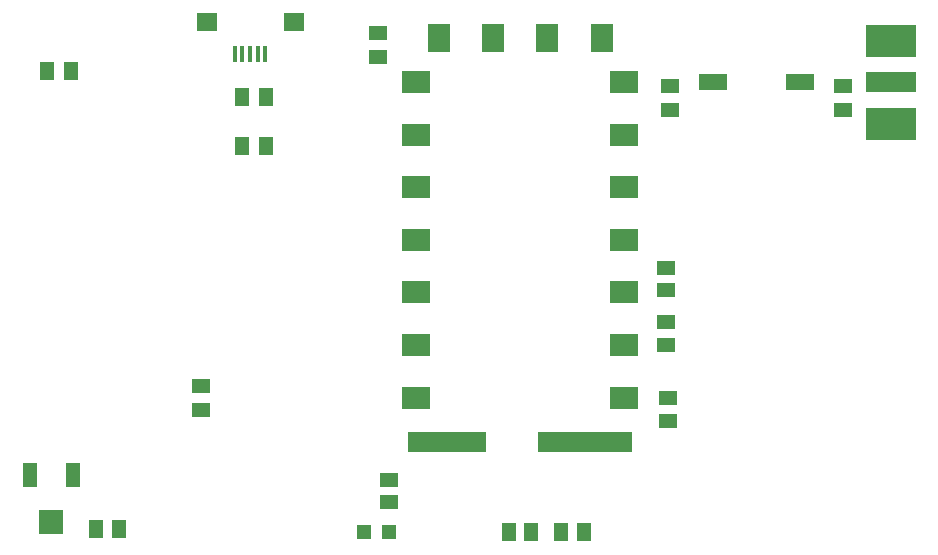
<source format=gbr>
G04 EAGLE Gerber RS-274X export*
G75*
%MOMM*%
%FSLAX34Y34*%
%LPD*%
%INSolderpaste Top*%
%IPPOS*%
%AMOC8*
5,1,8,0,0,1.08239X$1,22.5*%
G01*
%ADD10R,1.300000X1.600000*%
%ADD11R,1.600000X1.300000*%
%ADD12R,1.200000X1.200000*%
%ADD13R,1.500000X1.300000*%
%ADD14R,2.470000X1.880000*%
%ADD15R,1.880000X2.470000*%
%ADD16R,6.600000X1.800000*%
%ADD17R,8.000000X1.800000*%
%ADD18R,4.191000X1.778000*%
%ADD19R,4.191000X2.667000*%
%ADD20R,1.300000X2.000000*%
%ADD21R,2.000000X2.000000*%
%ADD22R,2.400000X1.400000*%
%ADD23R,1.800000X1.500000*%
%ADD24R,0.400000X1.400000*%
%ADD25R,1.300000X1.500000*%


D10*
X298925Y403225D03*
X278925Y403225D03*
X298925Y361950D03*
X278925Y361950D03*
D11*
X639763Y128906D03*
X639763Y148906D03*
D10*
X175100Y38100D03*
X155100Y38100D03*
D11*
X244475Y158431D03*
X244475Y138431D03*
D12*
X403406Y34925D03*
X382406Y34925D03*
D13*
X403225Y79350D03*
X403225Y60350D03*
D14*
X426100Y149075D03*
X426100Y193575D03*
X426100Y238075D03*
X426100Y282575D03*
X426100Y327075D03*
X426100Y371575D03*
X426100Y416075D03*
D15*
X445350Y453825D03*
X491350Y453825D03*
X537350Y453825D03*
X583350Y453825D03*
D14*
X602600Y416075D03*
X602600Y371575D03*
X602600Y327075D03*
X602600Y282575D03*
X602600Y238075D03*
X602600Y193575D03*
X602600Y149075D03*
D16*
X452350Y111325D03*
D17*
X569350Y111325D03*
D18*
X828846Y415925D03*
D19*
X828846Y380979D03*
X828846Y450871D03*
D20*
X135475Y83500D03*
X99475Y83500D03*
D21*
X117475Y43500D03*
D22*
X751375Y415925D03*
X677375Y415925D03*
D11*
X641350Y392431D03*
X641350Y412431D03*
X787400Y392431D03*
X787400Y412431D03*
X393700Y437675D03*
X393700Y457675D03*
D23*
X322590Y466725D03*
X248910Y466725D03*
D24*
X285750Y439725D03*
X292250Y439725D03*
X272750Y439725D03*
X279250Y439725D03*
X298750Y439725D03*
D10*
X133825Y425450D03*
X113825Y425450D03*
X548800Y34925D03*
X568800Y34925D03*
D25*
X523850Y34925D03*
X504850Y34925D03*
D13*
X638175Y239738D03*
X638175Y258738D03*
X638175Y193700D03*
X638175Y212700D03*
M02*

</source>
